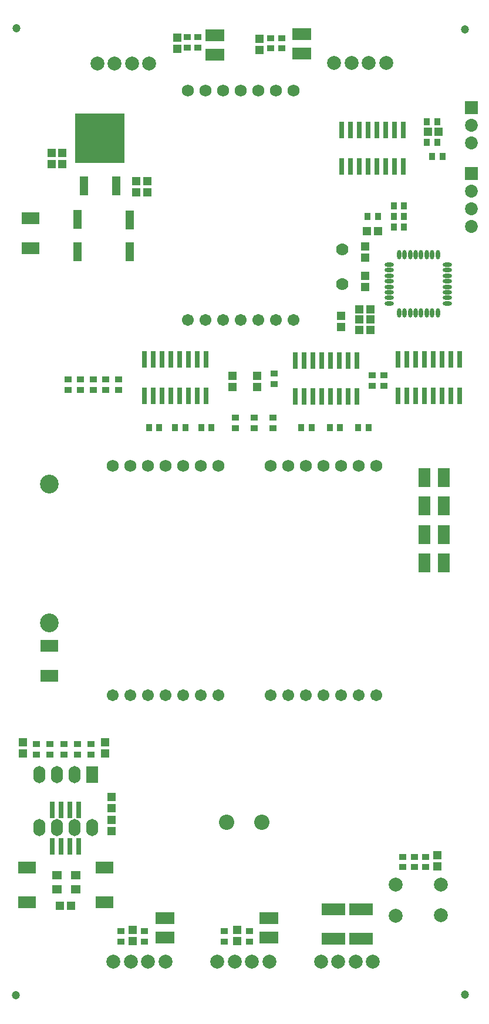
<source format=gts>
G04*
G04 #@! TF.GenerationSoftware,Altium Limited,Altium Designer,18.1.11 (251)*
G04*
G04 Layer_Color=8388736*
%FSTAX24Y24*%
%MOIN*%
G70*
G01*
G75*
%ADD42R,0.0356X0.0434*%
%ADD43R,0.0434X0.0356*%
%ADD44R,0.0474X0.1104*%
%ADD45R,0.1104X0.0710*%
%ADD46R,0.0474X0.0474*%
%ADD47R,0.0474X0.0474*%
%ADD48R,0.0986X0.0671*%
%ADD49R,0.2836X0.2836*%
%ADD50R,0.0474X0.1080*%
%ADD51C,0.0474*%
%ADD52R,0.0710X0.1104*%
%ADD53R,0.0316X0.0946*%
%ADD54O,0.0237X0.0513*%
%ADD55O,0.0513X0.0237*%
%ADD56R,0.0580X0.0474*%
%ADD57R,0.0280X0.0946*%
%ADD58R,0.0280X0.0946*%
%ADD59R,0.1340X0.0671*%
%ADD60C,0.1064*%
%ADD61C,0.0789*%
%ADD62O,0.0680X0.0980*%
%ADD63R,0.0680X0.0980*%
%ADD64C,0.0789*%
%ADD65C,0.0700*%
%ADD66R,0.0730X0.0730*%
%ADD67C,0.0730*%
%ADD68C,0.0680*%
%ADD69C,0.0671*%
%ADD70C,0.0867*%
D42*
X109825Y099174D02*
D03*
X110415D02*
D03*
X10163Y09917D02*
D03*
X101039D02*
D03*
X111435Y099174D02*
D03*
X112025D02*
D03*
X108805Y099174D02*
D03*
X108215D02*
D03*
X10311Y09917D02*
D03*
X102519D02*
D03*
X10015D02*
D03*
X099559D02*
D03*
X116225Y11456D02*
D03*
X115635D02*
D03*
X115933Y11653D02*
D03*
X115343D02*
D03*
X115343Y11535D02*
D03*
X115933D02*
D03*
X113459Y11176D02*
D03*
X11405D02*
D03*
X11405Y111147D02*
D03*
X113459D02*
D03*
X113459Y110535D02*
D03*
X11405D02*
D03*
X111969Y11115D02*
D03*
X11256D02*
D03*
D43*
X10661Y099144D02*
D03*
Y099735D02*
D03*
X10554Y099144D02*
D03*
Y099735D02*
D03*
X10447Y099144D02*
D03*
Y099735D02*
D03*
X10666Y101655D02*
D03*
Y102245D02*
D03*
X09783Y101325D02*
D03*
Y101915D02*
D03*
X097113Y101325D02*
D03*
Y101915D02*
D03*
X096395Y101325D02*
D03*
Y101915D02*
D03*
X095677Y101325D02*
D03*
Y101915D02*
D03*
X09496Y101325D02*
D03*
Y101915D02*
D03*
X095502Y081253D02*
D03*
Y080662D02*
D03*
X094725Y080662D02*
D03*
Y081253D02*
D03*
X11528Y074272D02*
D03*
Y074863D02*
D03*
X11397Y074272D02*
D03*
Y074863D02*
D03*
X114625Y074272D02*
D03*
Y074863D02*
D03*
X103847Y070052D02*
D03*
Y070643D02*
D03*
X10526Y070643D02*
D03*
Y070052D02*
D03*
X09797Y070052D02*
D03*
Y070643D02*
D03*
X099306Y070643D02*
D03*
Y070052D02*
D03*
X101748Y121308D02*
D03*
Y120717D02*
D03*
X10233Y121308D02*
D03*
Y120717D02*
D03*
X106467Y121255D02*
D03*
Y120665D02*
D03*
X107097Y121255D02*
D03*
Y120665D02*
D03*
X096279Y080662D02*
D03*
Y081253D02*
D03*
X093949Y080662D02*
D03*
Y081253D02*
D03*
X093172Y080662D02*
D03*
Y081253D02*
D03*
X1129Y101542D02*
D03*
Y102133D02*
D03*
X11223Y101542D02*
D03*
Y102133D02*
D03*
D44*
X098457Y109153D02*
D03*
Y110964D02*
D03*
X09549Y10916D02*
D03*
Y110971D02*
D03*
D45*
X10823Y120389D02*
D03*
Y121491D02*
D03*
X10331Y120319D02*
D03*
Y121421D02*
D03*
X10638Y070279D02*
D03*
Y071381D02*
D03*
X10048Y070279D02*
D03*
Y071381D02*
D03*
D46*
X0924Y080705D02*
D03*
Y081335D02*
D03*
X09403Y114126D02*
D03*
Y114756D02*
D03*
X09948Y112505D02*
D03*
Y113135D02*
D03*
X11594Y074315D02*
D03*
Y074945D02*
D03*
X10457Y070095D02*
D03*
Y070725D02*
D03*
X098643Y070095D02*
D03*
Y070725D02*
D03*
X10117Y121265D02*
D03*
Y120635D02*
D03*
X105842Y121213D02*
D03*
Y120583D02*
D03*
X09465Y114756D02*
D03*
Y114126D02*
D03*
X09743Y07632D02*
D03*
Y07695D02*
D03*
Y077605D02*
D03*
Y078235D02*
D03*
X09706Y081335D02*
D03*
Y080705D02*
D03*
X11048Y105525D02*
D03*
Y104895D02*
D03*
X11183Y109435D02*
D03*
Y108805D02*
D03*
Y107145D02*
D03*
Y107775D02*
D03*
X10571Y101475D02*
D03*
Y102105D02*
D03*
X10431Y101495D02*
D03*
Y102125D02*
D03*
X09885Y112505D02*
D03*
Y113135D02*
D03*
D47*
X095145Y07208D02*
D03*
X094515D02*
D03*
X116015Y115945D02*
D03*
X115385D02*
D03*
X1115Y10472D02*
D03*
X11213D02*
D03*
X1115Y1053D02*
D03*
X11213D02*
D03*
X1115Y10588D02*
D03*
X11213D02*
D03*
X11258Y11031D02*
D03*
X11195D02*
D03*
D48*
X09391Y0868D02*
D03*
Y0851D02*
D03*
X09265Y074258D02*
D03*
Y07229D02*
D03*
X09702Y074258D02*
D03*
Y07229D02*
D03*
X09284Y10935D02*
D03*
Y11105D02*
D03*
D49*
X09678Y115576D02*
D03*
D50*
X097686Y11288D02*
D03*
X095874D02*
D03*
D51*
X1175Y06705D02*
D03*
X092Y067D02*
D03*
X09205Y1218D02*
D03*
X1175Y12175D02*
D03*
D52*
X116311Y09635D02*
D03*
X115209D02*
D03*
X116311Y09474D02*
D03*
X115209D02*
D03*
X116311Y09313D02*
D03*
X115209D02*
D03*
X116311Y09152D02*
D03*
X115209D02*
D03*
D53*
X1105Y116044D02*
D03*
X1115D02*
D03*
X112D02*
D03*
X1135Y113996D02*
D03*
X1125Y116044D02*
D03*
X114D02*
D03*
X113Y113996D02*
D03*
X1125D02*
D03*
X112D02*
D03*
X1115D02*
D03*
X1105D02*
D03*
X111D02*
D03*
Y116044D02*
D03*
X114Y113996D02*
D03*
X113Y116044D02*
D03*
X1135D02*
D03*
X11421Y100986D02*
D03*
X11471D02*
D03*
X11371Y103034D02*
D03*
X11671Y100986D02*
D03*
Y103034D02*
D03*
X11721D02*
D03*
X11621D02*
D03*
X11571D02*
D03*
X11521D02*
D03*
X11471D02*
D03*
X11371Y100986D02*
D03*
X11521D02*
D03*
X11421Y103034D02*
D03*
X11571Y100986D02*
D03*
X11621D02*
D03*
X11721D02*
D03*
X11087Y102987D02*
D03*
X11037D02*
D03*
X11137Y10094D02*
D03*
X10837Y102987D02*
D03*
Y10094D02*
D03*
X10787D02*
D03*
X10887D02*
D03*
X10937D02*
D03*
X10987D02*
D03*
X11037D02*
D03*
X11137Y102987D02*
D03*
X10987D02*
D03*
X11087Y10094D02*
D03*
X10937Y102987D02*
D03*
X10887D02*
D03*
X10787D02*
D03*
X10229Y103034D02*
D03*
X10179D02*
D03*
X10279Y100986D02*
D03*
X09979Y103034D02*
D03*
Y100986D02*
D03*
X09929D02*
D03*
X10029D02*
D03*
X10079D02*
D03*
X10129D02*
D03*
X10179D02*
D03*
X10279Y103034D02*
D03*
X10129D02*
D03*
X10229Y100986D02*
D03*
X10079Y103034D02*
D03*
X10029D02*
D03*
X09929D02*
D03*
D54*
X113758Y108974D02*
D03*
X114073D02*
D03*
X114388D02*
D03*
X114703D02*
D03*
X115017D02*
D03*
X115332D02*
D03*
X115647D02*
D03*
X115962D02*
D03*
Y105666D02*
D03*
X115647D02*
D03*
X115332D02*
D03*
X115017D02*
D03*
X114703D02*
D03*
X114388D02*
D03*
X114073D02*
D03*
X113758D02*
D03*
D55*
X116514Y108422D02*
D03*
Y108107D02*
D03*
Y107792D02*
D03*
Y107477D02*
D03*
Y107163D02*
D03*
Y106848D02*
D03*
Y106533D02*
D03*
Y106218D02*
D03*
X113206D02*
D03*
Y106533D02*
D03*
Y106848D02*
D03*
Y107163D02*
D03*
Y107477D02*
D03*
Y107792D02*
D03*
Y108107D02*
D03*
Y108422D02*
D03*
D56*
X09433Y073D02*
D03*
Y0738D02*
D03*
X0954Y073D02*
D03*
Y0738D02*
D03*
D57*
X09558Y077504D02*
D03*
D58*
X09408Y075456D02*
D03*
X09458D02*
D03*
X09508D02*
D03*
X09558D02*
D03*
X09408Y077504D02*
D03*
X09458D02*
D03*
X09508D02*
D03*
D59*
X11161Y070215D02*
D03*
Y071868D02*
D03*
X110019Y070215D02*
D03*
Y071868D02*
D03*
D60*
X09391Y095978D02*
D03*
Y088102D02*
D03*
D61*
X113026Y119833D02*
D03*
X112042D02*
D03*
X111058D02*
D03*
X110074D02*
D03*
X099572Y1198D02*
D03*
X098588D02*
D03*
X097604D02*
D03*
X096619D02*
D03*
X103437Y0689D02*
D03*
X104421D02*
D03*
X105406D02*
D03*
X10639D02*
D03*
X097543D02*
D03*
X098527D02*
D03*
X099511D02*
D03*
X100496D02*
D03*
X112284Y0689D02*
D03*
X1113D02*
D03*
X110316D02*
D03*
X109331D02*
D03*
D62*
X09332Y07651D02*
D03*
X09432D02*
D03*
X09532D02*
D03*
X09632D02*
D03*
X09332Y07951D02*
D03*
X09432D02*
D03*
X09532D02*
D03*
D63*
X09632D02*
D03*
D64*
X11612Y073295D02*
D03*
Y071535D02*
D03*
X11357Y071525D02*
D03*
X11356Y073295D02*
D03*
D65*
X11053Y10731D02*
D03*
Y109279D02*
D03*
D66*
X11786Y11732D02*
D03*
Y11358D02*
D03*
D67*
Y11632D02*
D03*
Y11532D02*
D03*
Y11058D02*
D03*
Y11158D02*
D03*
Y11258D02*
D03*
D68*
X10178Y118272D02*
D03*
X10278D02*
D03*
X10378D02*
D03*
X10478D02*
D03*
X10578D02*
D03*
X10678D02*
D03*
X10778D02*
D03*
X097496Y097028D02*
D03*
X098496D02*
D03*
X099496D02*
D03*
X100496D02*
D03*
X101496D02*
D03*
X102496D02*
D03*
X103496D02*
D03*
X106457D02*
D03*
X107457D02*
D03*
X108457D02*
D03*
X109457D02*
D03*
X110457D02*
D03*
X111457D02*
D03*
X112457D02*
D03*
D69*
X10778Y105272D02*
D03*
X10678D02*
D03*
X10578D02*
D03*
X10478D02*
D03*
X10378D02*
D03*
X10278D02*
D03*
X10178D02*
D03*
X103496Y084028D02*
D03*
X102496D02*
D03*
X101496D02*
D03*
X100496D02*
D03*
X099496D02*
D03*
X098496D02*
D03*
X097496D02*
D03*
X112457D02*
D03*
X111457D02*
D03*
X110457D02*
D03*
X109457D02*
D03*
X108457D02*
D03*
X107457D02*
D03*
X106457D02*
D03*
D70*
X105976Y076827D02*
D03*
X103976D02*
D03*
M02*

</source>
